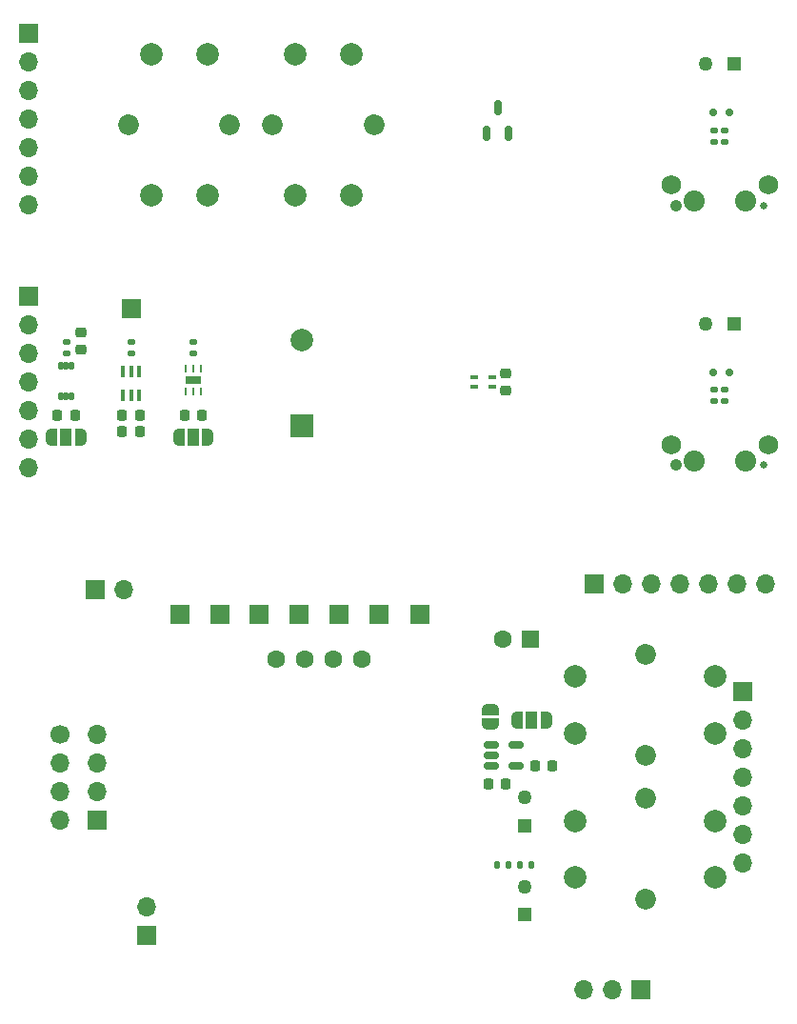
<source format=gbr>
%TF.GenerationSoftware,KiCad,Pcbnew,8.0.6*%
%TF.CreationDate,2024-11-11T19:10:45+01:00*%
%TF.ProjectId,panel,70616e65-6c2e-46b6-9963-61645f706362,rev?*%
%TF.SameCoordinates,Original*%
%TF.FileFunction,Soldermask,Top*%
%TF.FilePolarity,Negative*%
%FSLAX46Y46*%
G04 Gerber Fmt 4.6, Leading zero omitted, Abs format (unit mm)*
G04 Created by KiCad (PCBNEW 8.0.6) date 2024-11-11 19:10:45*
%MOMM*%
%LPD*%
G01*
G04 APERTURE LIST*
G04 Aperture macros list*
%AMRoundRect*
0 Rectangle with rounded corners*
0 $1 Rounding radius*
0 $2 $3 $4 $5 $6 $7 $8 $9 X,Y pos of 4 corners*
0 Add a 4 corners polygon primitive as box body*
4,1,4,$2,$3,$4,$5,$6,$7,$8,$9,$2,$3,0*
0 Add four circle primitives for the rounded corners*
1,1,$1+$1,$2,$3*
1,1,$1+$1,$4,$5*
1,1,$1+$1,$6,$7*
1,1,$1+$1,$8,$9*
0 Add four rect primitives between the rounded corners*
20,1,$1+$1,$2,$3,$4,$5,0*
20,1,$1+$1,$4,$5,$6,$7,0*
20,1,$1+$1,$6,$7,$8,$9,0*
20,1,$1+$1,$8,$9,$2,$3,0*%
%AMFreePoly0*
4,1,19,0.500000,-0.750000,0.000000,-0.750000,0.000000,-0.744911,-0.071157,-0.744911,-0.207708,-0.704816,-0.327430,-0.627875,-0.420627,-0.520320,-0.479746,-0.390866,-0.500000,-0.250000,-0.500000,0.250000,-0.479746,0.390866,-0.420627,0.520320,-0.327430,0.627875,-0.207708,0.704816,-0.071157,0.744911,0.000000,0.744911,0.000000,0.750000,0.500000,0.750000,0.500000,-0.750000,0.500000,-0.750000,
$1*%
%AMFreePoly1*
4,1,19,0.000000,0.744911,0.071157,0.744911,0.207708,0.704816,0.327430,0.627875,0.420627,0.520320,0.479746,0.390866,0.500000,0.250000,0.500000,-0.250000,0.479746,-0.390866,0.420627,-0.520320,0.327430,-0.627875,0.207708,-0.704816,0.071157,-0.744911,0.000000,-0.744911,0.000000,-0.750000,-0.500000,-0.750000,-0.500000,0.750000,0.000000,0.750000,0.000000,0.744911,0.000000,0.744911,
$1*%
%AMFreePoly2*
4,1,19,0.550000,-0.750000,0.000000,-0.750000,0.000000,-0.744911,-0.071157,-0.744911,-0.207708,-0.704816,-0.327430,-0.627875,-0.420627,-0.520320,-0.479746,-0.390866,-0.500000,-0.250000,-0.500000,0.250000,-0.479746,0.390866,-0.420627,0.520320,-0.327430,0.627875,-0.207708,0.704816,-0.071157,0.744911,0.000000,0.744911,0.000000,0.750000,0.550000,0.750000,0.550000,-0.750000,0.550000,-0.750000,
$1*%
%AMFreePoly3*
4,1,19,0.000000,0.744911,0.071157,0.744911,0.207708,0.704816,0.327430,0.627875,0.420627,0.520320,0.479746,0.390866,0.500000,0.250000,0.500000,-0.250000,0.479746,-0.390866,0.420627,-0.520320,0.327430,-0.627875,0.207708,-0.704816,0.071157,-0.744911,0.000000,-0.744911,0.000000,-0.750000,-0.550000,-0.750000,-0.550000,0.750000,0.000000,0.750000,0.000000,0.744911,0.000000,0.744911,
$1*%
G04 Aperture macros list end*
%ADD10RoundRect,0.150000X0.150000X0.200000X-0.150000X0.200000X-0.150000X-0.200000X0.150000X-0.200000X0*%
%ADD11RoundRect,0.135000X0.185000X-0.135000X0.185000X0.135000X-0.185000X0.135000X-0.185000X-0.135000X0*%
%ADD12R,1.275000X1.275000*%
%ADD13C,1.275000*%
%ADD14C,0.650000*%
%ADD15C,1.070000*%
%ADD16C,1.755000*%
%ADD17C,1.875000*%
%ADD18RoundRect,0.225000X-0.225000X-0.250000X0.225000X-0.250000X0.225000X0.250000X-0.225000X0.250000X0*%
%ADD19RoundRect,0.135000X0.135000X0.185000X-0.135000X0.185000X-0.135000X-0.185000X0.135000X-0.185000X0*%
%ADD20C,1.850000*%
%ADD21C,2.000000*%
%ADD22R,1.700000X1.700000*%
%ADD23O,1.700000X1.700000*%
%ADD24FreePoly0,270.000000*%
%ADD25FreePoly1,270.000000*%
%ADD26RoundRect,0.150000X-0.512500X-0.150000X0.512500X-0.150000X0.512500X0.150000X-0.512500X0.150000X0*%
%ADD27FreePoly2,180.000000*%
%ADD28R,1.000000X1.500000*%
%ADD29FreePoly3,180.000000*%
%ADD30C,1.700000*%
%ADD31C,1.600000*%
%ADD32R,1.600000X1.600000*%
%ADD33R,0.400000X1.000000*%
%ADD34R,0.400000X1.100000*%
%ADD35RoundRect,0.135000X-0.185000X0.135000X-0.185000X-0.135000X0.185000X-0.135000X0.185000X0.135000X0*%
%ADD36RoundRect,0.225000X0.250000X-0.225000X0.250000X0.225000X-0.250000X0.225000X-0.250000X-0.225000X0*%
%ADD37R,0.254000X0.660400*%
%ADD38R,1.447800X0.762000*%
%ADD39R,0.750000X0.300000*%
%ADD40RoundRect,0.102000X0.125000X-0.275000X0.125000X0.275000X-0.125000X0.275000X-0.125000X-0.275000X0*%
%ADD41R,2.000000X2.000000*%
%ADD42RoundRect,0.225000X-0.250000X0.225000X-0.250000X-0.225000X0.250000X-0.225000X0.250000X0.225000X0*%
%ADD43RoundRect,0.150000X0.150000X-0.512500X0.150000X0.512500X-0.150000X0.512500X-0.150000X-0.512500X0*%
G04 APERTURE END LIST*
D10*
%TO.C,D1*%
X166538000Y-84975000D03*
X167938000Y-84975000D03*
%TD*%
D11*
%TO.C,R2*%
X166598000Y-87565000D03*
X166598000Y-86545000D03*
%TD*%
D12*
%TO.C,USB_BOARD1*%
X168355000Y-80685000D03*
D13*
X165855000Y-80685000D03*
%TD*%
D11*
%TO.C,R1*%
X167568000Y-87555000D03*
X167568000Y-86535000D03*
%TD*%
D14*
%TO.C,J1*%
X170980000Y-93240000D03*
D15*
X163230000Y-93240000D03*
D16*
X171425000Y-91440000D03*
X162785000Y-91440000D03*
D17*
X169405000Y-92870000D03*
X164805000Y-92870000D03*
%TD*%
D18*
%TO.C,C11*%
X146505000Y-121550000D03*
X148055000Y-121550000D03*
%TD*%
D19*
%TO.C,R2*%
X150390000Y-128750000D03*
X149370000Y-128750000D03*
%TD*%
D20*
%TO.C,S4*%
X160480000Y-122862500D03*
X160480000Y-131862500D03*
D21*
X166730000Y-129862500D03*
X154230000Y-129862500D03*
X166730000Y-124862500D03*
X154230000Y-124862500D03*
%TD*%
D22*
%TO.C,J4*%
X111730000Y-124780000D03*
D23*
X111730000Y-122240000D03*
X111730000Y-119700000D03*
X111730000Y-117160000D03*
%TD*%
D24*
%TO.C,JP5*%
X146755000Y-114950000D03*
D25*
X146755000Y-116250000D03*
%TD*%
D26*
%TO.C,U5*%
X146767500Y-118087500D03*
X146767500Y-119037500D03*
X146767500Y-119987500D03*
X149042500Y-119987500D03*
X149042500Y-118087500D03*
%TD*%
D19*
%TO.C,R3*%
X148340000Y-128750000D03*
X147320000Y-128750000D03*
%TD*%
D18*
%TO.C,C10*%
X150705000Y-120000000D03*
X152255000Y-120000000D03*
%TD*%
D27*
%TO.C,JP4*%
X151680000Y-115950000D03*
D28*
X150380000Y-115950000D03*
D29*
X149080000Y-115950000D03*
%TD*%
D20*
%TO.C,S3*%
X160480000Y-110057500D03*
X160480000Y-119057500D03*
D21*
X166730000Y-117057500D03*
X154230000Y-117057500D03*
X166730000Y-112057500D03*
X154230000Y-112057500D03*
%TD*%
D30*
%TO.C,J3*%
X108485000Y-117150000D03*
D23*
X108485000Y-119690000D03*
X108485000Y-122230000D03*
X108485000Y-124770000D03*
%TD*%
D31*
%TO.C,J2*%
X127680000Y-110450000D03*
X130220000Y-110450000D03*
X132760000Y-110450000D03*
X135300000Y-110450000D03*
%TD*%
D12*
%TO.C,U3*%
X149790000Y-133200000D03*
D13*
X149790000Y-130700000D03*
%TD*%
D22*
%TO.C,J12*%
X119080000Y-106500000D03*
%TD*%
%TO.C,J15*%
X116150000Y-135050000D03*
D23*
X116150000Y-132510000D03*
%TD*%
D22*
%TO.C,J10*%
X140430000Y-106550000D03*
%TD*%
%TO.C,J7*%
X136830000Y-106550000D03*
%TD*%
%TO.C,J9*%
X126180000Y-106550000D03*
%TD*%
%TO.C,J13*%
X129730000Y-106500000D03*
%TD*%
%TO.C,J8*%
X111605000Y-104350000D03*
D23*
X114145000Y-104350000D03*
%TD*%
D22*
%TO.C,J11*%
X122630000Y-106500000D03*
%TD*%
%TO.C,J1*%
X160080000Y-139900000D03*
D23*
X157540000Y-139900000D03*
X155000000Y-139900000D03*
%TD*%
D22*
%TO.C,J14*%
X133280000Y-106500000D03*
%TD*%
D12*
%TO.C,USB_BOARD1*%
X149780000Y-125300000D03*
D13*
X149780000Y-122800000D03*
%TD*%
D22*
%TO.C,J6*%
X169180000Y-113360000D03*
D23*
X169180000Y-115900000D03*
X169180000Y-118440000D03*
X169180000Y-120980000D03*
X169180000Y-123520000D03*
X169180000Y-126060000D03*
X169180000Y-128600000D03*
%TD*%
D32*
%TO.C,C5*%
X150285100Y-108750000D03*
D31*
X147785100Y-108750000D03*
%TD*%
D22*
%TO.C,J5*%
X155980000Y-103800000D03*
D23*
X158520000Y-103800000D03*
X161060000Y-103800000D03*
X163600000Y-103800000D03*
X166140000Y-103800000D03*
X168680000Y-103800000D03*
X171220000Y-103800000D03*
%TD*%
D33*
%TO.C,U2*%
X114010400Y-87040000D03*
X114760400Y-87040000D03*
X115510400Y-87040000D03*
D34*
X115510400Y-84890000D03*
X114760400Y-84890000D03*
X114010400Y-84890000D03*
%TD*%
D11*
%TO.C,R1*%
X109000000Y-83292500D03*
X109000000Y-82272500D03*
%TD*%
D27*
%TO.C,JP2*%
X121595000Y-90787500D03*
D28*
X120295000Y-90787500D03*
D29*
X118995000Y-90787500D03*
%TD*%
D35*
%TO.C,R3*%
X120295000Y-82272500D03*
X120295000Y-83292500D03*
%TD*%
D18*
%TO.C,C5*%
X119520000Y-88795000D03*
X121070000Y-88795000D03*
%TD*%
D36*
%TO.C,C1*%
X110340000Y-83010000D03*
X110340000Y-81460000D03*
%TD*%
D18*
%TO.C,C2*%
X108215000Y-88795000D03*
X109765000Y-88795000D03*
%TD*%
%TO.C,C4*%
X113975000Y-90265000D03*
X115525000Y-90265000D03*
%TD*%
D37*
%TO.C,U3*%
X119645001Y-86694500D03*
X120295000Y-86694500D03*
X120944999Y-86694500D03*
X120944999Y-84637100D03*
X120295000Y-84637100D03*
X119645001Y-84637100D03*
D38*
X120295000Y-85665800D03*
%TD*%
D18*
%TO.C,C3*%
X113975000Y-88795000D03*
X115525000Y-88795000D03*
%TD*%
D39*
%TO.C,U4*%
X145262500Y-85435000D03*
X145262500Y-86235000D03*
X146912500Y-86235000D03*
X146912500Y-85435000D03*
%TD*%
D35*
%TO.C,R2*%
X114770000Y-82272500D03*
X114770000Y-83292500D03*
%TD*%
D40*
%TO.C,U1*%
X108495000Y-87127500D03*
X108995000Y-87127500D03*
X109495000Y-87127500D03*
X109495000Y-84377500D03*
X108995000Y-84377500D03*
X108495000Y-84377500D03*
%TD*%
D27*
%TO.C,JP1*%
X110280000Y-90787500D03*
D28*
X108980000Y-90787500D03*
D29*
X107680000Y-90787500D03*
%TD*%
D41*
%TO.C,L1*%
X129920000Y-89740000D03*
D21*
X129920000Y-82140000D03*
%TD*%
D42*
%TO.C,C6*%
X148080000Y-85060000D03*
X148080000Y-86610000D03*
%TD*%
D22*
%TO.C,J2*%
X114760000Y-79335000D03*
%TD*%
%TO.C,J1*%
X105650000Y-78235000D03*
D23*
X105650000Y-80775000D03*
X105650000Y-83315000D03*
X105650000Y-85855000D03*
X105650000Y-88395000D03*
X105650000Y-90935000D03*
X105650000Y-93475000D03*
%TD*%
D20*
%TO.C,S1*%
X114555000Y-62978500D03*
X123555000Y-62978500D03*
D21*
X121555000Y-56728500D03*
X121555000Y-69228500D03*
X116555000Y-56728500D03*
X116555000Y-69228500D03*
%TD*%
D43*
%TO.C,U1*%
X146410000Y-63727500D03*
X148310000Y-63727500D03*
X147360000Y-61452500D03*
%TD*%
D20*
%TO.C,S2*%
X127355000Y-62988500D03*
X136355000Y-62988500D03*
D21*
X134355000Y-56738500D03*
X134355000Y-69238500D03*
X129355000Y-56738500D03*
X129355000Y-69238500D03*
%TD*%
D22*
%TO.C,J1*%
X105670000Y-54885000D03*
D23*
X105670000Y-57425000D03*
X105670000Y-59965000D03*
X105670000Y-62505000D03*
X105670000Y-65045000D03*
X105670000Y-67585000D03*
X105670000Y-70125000D03*
%TD*%
D11*
%TO.C,R1*%
X167568000Y-64480000D03*
X167568000Y-63460000D03*
%TD*%
%TO.C,R2*%
X166598000Y-64490000D03*
X166598000Y-63470000D03*
%TD*%
D10*
%TO.C,D1*%
X166538000Y-61900000D03*
X167938000Y-61900000D03*
%TD*%
D12*
%TO.C,USB_BOARD1*%
X168355000Y-57610000D03*
D13*
X165855000Y-57610000D03*
%TD*%
D14*
%TO.C,J1*%
X170980000Y-70165000D03*
D15*
X163230000Y-70165000D03*
D16*
X171425000Y-68365000D03*
X162785000Y-68365000D03*
D17*
X169405000Y-69795000D03*
X164805000Y-69795000D03*
%TD*%
M02*

</source>
